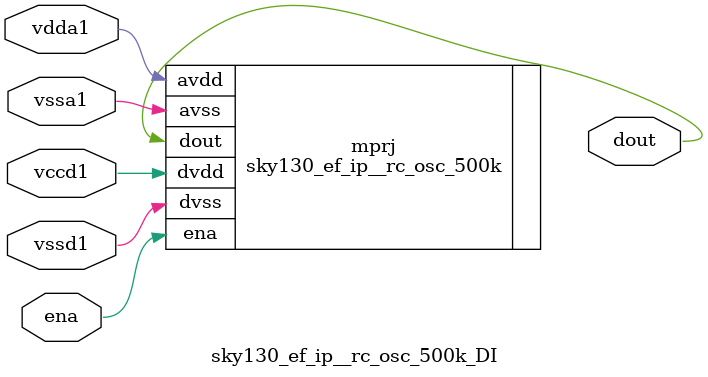
<source format=v>
/*
	Copyright 2020 Efabless Corp.
	
	Licensed under the Apache License, Version 2.0 (the "License"); 
	you may not use this file except in compliance with the License. 
	You may obtain a copy of the License at:
	http://www.apache.org/licenses/LICENSE-2.0
	Unless required by applicable law or agreed to in writing, software 
	distributed under the License is distributed on an "AS IS" BASIS, 
	WITHOUT WARRANTIES OR CONDITIONS OF ANY KIND, either express or implied. 
	See the License for the specific language governing permissions and 
	limitations under the License.
*/

`timescale          1ns/1ps
`default_nettype    none

module sky130_ef_ip__rc_osc_500k_DI (
// `ifdef USE_POWER_PINS
    input   wire    vdda1,
    input   wire    vssa1,
    input   wire    vccd1,
    input   wire    vssd1,
// `endif
    input   wire    ena,
    output  wire    dout
);

sky130_ef_ip__rc_osc_500k mprj (
// `ifdef USE_POWER_PINS
    .avdd(vdda1),
    .avss(vssa1),
    .dvdd(vccd1),
    .dvss(vssd1),
// `endif
    .ena(ena),
    .dout(dout)
);

endmodule
</source>
